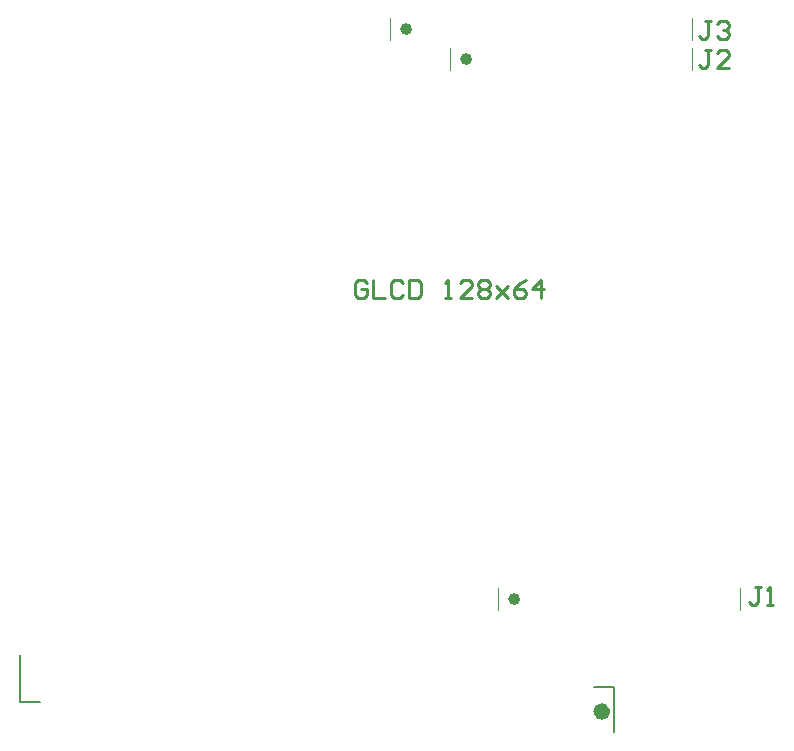
<source format=gto>
G04*
G04 #@! TF.GenerationSoftware,Altium Limited,Altium Designer,20.0.13 (296)*
G04*
G04 Layer_Color=65535*
%FSLAX25Y25*%
%MOIN*%
G70*
G01*
G75*
%ADD10C,0.02126*%
%ADD11C,0.03937*%
%ADD12C,0.00197*%
%ADD13C,0.00787*%
%ADD14C,0.01000*%
G36*
X169016Y237323D02*
D01*
D02*
G37*
D10*
X170000D02*
G03*
X170000Y237323I-984J0D01*
G01*
X206000Y47323D02*
G03*
X206000Y47323I-984J0D01*
G01*
X190000Y227323D02*
G03*
X190000Y227323I-984J0D01*
G01*
D11*
X235000Y9823D02*
G03*
X235000Y9823I-787J0D01*
G01*
D12*
X163602Y233730D02*
Y240965D01*
X264193Y233681D02*
Y240965D01*
X199701Y43681D02*
Y50965D01*
X280213Y43780D02*
Y51063D01*
X183701Y223681D02*
Y230965D01*
X264213Y223780D02*
Y231063D01*
D13*
X40316Y13170D02*
Y28820D01*
Y13170D02*
X46812D01*
X231654Y18091D02*
X238249D01*
Y3032D02*
Y18091D01*
D14*
X156062Y152815D02*
X155063Y153815D01*
X153063D01*
X152064Y152815D01*
Y148817D01*
X153063Y147817D01*
X155063D01*
X156062Y148817D01*
Y150816D01*
X154063D01*
X158062Y153815D02*
Y147817D01*
X162061D01*
X168059Y152815D02*
X167059Y153815D01*
X165060D01*
X164060Y152815D01*
Y148817D01*
X165060Y147817D01*
X167059D01*
X168059Y148817D01*
X170058Y153815D02*
Y147817D01*
X173057D01*
X174057Y148817D01*
Y152815D01*
X173057Y153815D01*
X170058D01*
X182054Y147817D02*
X184054D01*
X183054D01*
Y153815D01*
X182054Y152815D01*
X191051Y147817D02*
X187053D01*
X191051Y151816D01*
Y152815D01*
X190051Y153815D01*
X188052D01*
X187053Y152815D01*
X193051D02*
X194050Y153815D01*
X196050D01*
X197049Y152815D01*
Y151816D01*
X196050Y150816D01*
X197049Y149816D01*
Y148817D01*
X196050Y147817D01*
X194050D01*
X193051Y148817D01*
Y149816D01*
X194050Y150816D01*
X193051Y151816D01*
Y152815D01*
X194050Y150816D02*
X196050D01*
X199049Y151816D02*
X203047Y147817D01*
X201048Y149816D01*
X203047Y151816D01*
X199049Y147817D01*
X209045Y153815D02*
X207046Y152815D01*
X205047Y150816D01*
Y148817D01*
X206046Y147817D01*
X208046D01*
X209045Y148817D01*
Y149816D01*
X208046Y150816D01*
X205047D01*
X214044Y147817D02*
Y153815D01*
X211045Y150816D01*
X215043D01*
X270654Y240164D02*
X268654D01*
X269654D01*
Y235166D01*
X268654Y234166D01*
X267655D01*
X266655Y235166D01*
X272653Y239165D02*
X273653Y240164D01*
X275652D01*
X276652Y239165D01*
Y238165D01*
X275652Y237165D01*
X274653D01*
X275652D01*
X276652Y236166D01*
Y235166D01*
X275652Y234166D01*
X273653D01*
X272653Y235166D01*
X270654Y230322D02*
X268654D01*
X269654D01*
Y225324D01*
X268654Y224324D01*
X267655D01*
X266655Y225324D01*
X276652Y224324D02*
X272653D01*
X276652Y228323D01*
Y229322D01*
X275652Y230322D01*
X273653D01*
X272653Y229322D01*
X287402Y51188D02*
X285402D01*
X286402D01*
Y46190D01*
X285402Y45190D01*
X284403D01*
X283403Y46190D01*
X289401Y45190D02*
X291400D01*
X290401D01*
Y51188D01*
X289401Y50188D01*
M02*

</source>
